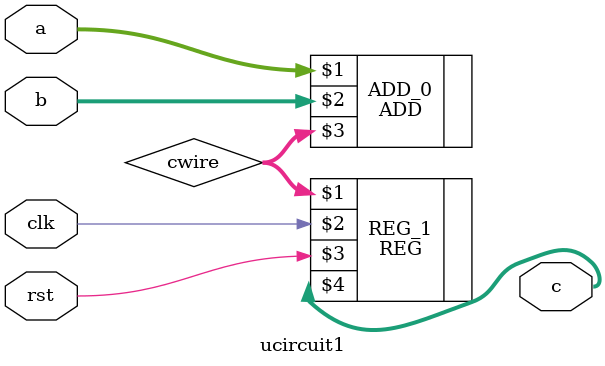
<source format=v>
module ucircuit1(clk, rst, a, b, c);

	input clk, rst;
	input [7:0] a;
	input [7:0] b;
	output [7:0] c;
	wire [7:0] cwire;

	ADD #(8)ADD_0(a, b, cwire);
	REG #(8)REG_1(cwire, clk, rst, c);

endmodule


</source>
